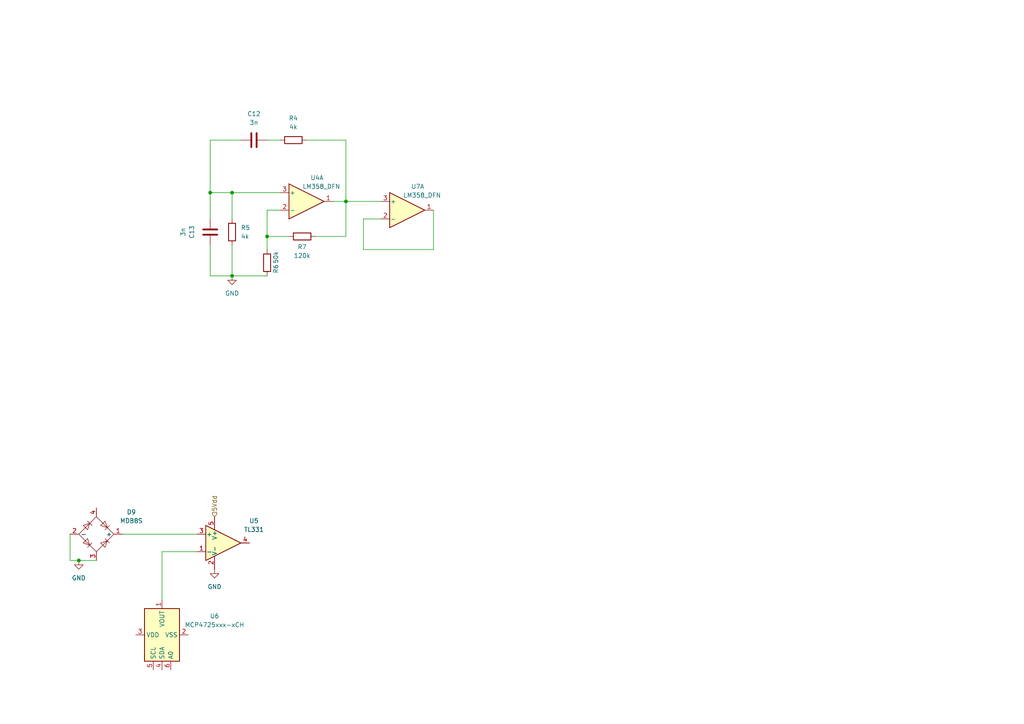
<source format=kicad_sch>
(kicad_sch (version 20250114) (generator "eeschema") (generator_version "9.0")
  (paper "A4")
  (lib_symbols
    (symbol "Amplifier_Operational:LM358_DFN" (pin_names (offset 0.127))
      (property "Reference" "U" (at 0 5.08 0))
      (property "Value" "LM358_DFN" (at 0 -5.08 0))
      (symbol "LM358_DFN_1_1"
        (polyline (pts (xy -5.08 5.08) (xy 5.08 0) (xy -5.08 -5.08) (xy -5.08 5.08)) (stroke (width 0.254)) (fill (type background)))
        (pin input line (at -7.62 2.54 0) (length 2.54) (name "+") (number "3"))
        (pin input line (at -7.62 -2.54 0) (length 2.54) (name "-") (number "2"))
        (pin output line (at 7.62 0 180) (length 2.54) (name "~") (number "1"))
      )
      (symbol "LM358_DFN_2_1"
        (polyline (pts (xy -5.08 5.08) (xy 5.08 0) (xy -5.08 -5.08) (xy -5.08 5.08)) (stroke (width 0.254)) (fill (type background)))
        (pin input line (at -7.62 2.54 0) (length 2.54) (name "+") (number "5"))
        (pin input line (at -7.62 -2.54 0) (length 2.54) (name "-") (number "6"))
        (pin output line (at 7.62 0 180) (length 2.54) (name "~") (number "7"))
      )
      (symbol "LM358_DFN_3_1"
        (pin power_in line (at -2.54 7.62 270) (length 3.81) (name "V+") (number "8"))
        (pin power_in line (at -2.54 -7.62 90) (length 3.81) (name "V-") (number "4"))
        (pin power_in line (at 0 -7.62 90) (length 5.08) (name "PAD") (number "9"))
      )
    )
    (symbol "Analog_DAC:MCP4725xxx-xCH"
      (property "Reference" "U" (at -6.35 6.35 0))
      (property "Value" "MCP4725xxx-xCH" (at 8.89 6.35 0))
      (symbol "MCP4725xxx-xCH_0_1"
        (rectangle (start -7.62 5.08) (end 7.62 -5.08) (stroke (width 0.254)) (fill (type background)))
      )
      (symbol "MCP4725xxx-xCH_1_1"
        (pin input line (at -10.16 2.54 0) (length 2.54) (name "SCL") (number "5"))
        (pin bidirectional line (at -10.16 0 0) (length 2.54) (name "SDA") (number "4"))
        (pin input line (at -10.16 -2.54 0) (length 2.54) (name "A0") (number "6"))
        (pin power_in line (at 0 7.62 270) (length 2.54) (name "VDD") (number "3"))
        (pin power_in line (at 0 -7.62 90) (length 2.54) (name "VSS") (number "2"))
        (pin output line (at 10.16 0 180) (length 2.54) (name "VOUT") (number "1"))
      )
    )
    (symbol "Comparator:TL331" (pin_names (offset 0.127))
      (property "Reference" "U" (at 1.27 5.08 0))
      (property "Value" "TL331" (at 3.81 -5.08 0))
      (symbol "TL331_0_1"
        (polyline (pts (xy -5.08 5.08) (xy 5.08 0) (xy -5.08 -5.08) (xy -5.08 5.08)) (stroke (width 0.254)) (fill (type background)))
      )
      (symbol "TL331_1_1"
        (pin input line (at -7.62 2.54 0) (length 2.54) (name "+") (number "3"))
        (pin input line (at -7.62 -2.54 0) (length 2.54) (name "-") (number "1"))
        (pin power_in line (at -2.54 7.62 270) (length 3.81) (name "V+") (number "5"))
        (pin power_in line (at -2.54 -7.62 90) (length 3.81) (name "V-") (number "2"))
        (pin open_collector line (at 7.62 0 180) (length 2.54) (name "~") (number "4"))
      )
    )
    (symbol "Device:C" (pin_numbers (hide yes)) (pin_names (offset 0.254))
      (property "Reference" "C" (at 0.635 2.54 0))
      (property "Value" "C" (at 0.635 -2.54 0))
      (symbol "C_0_1"
        (polyline (pts (xy -2.032 0.762) (xy 2.032 0.762)) (stroke (width 0.508)))
        (polyline (pts (xy -2.032 -0.762) (xy 2.032 -0.762)) (stroke (width 0.508)))
      )
      (symbol "C_1_1"
        (pin passive line (at 0 3.81 270) (length 2.794) (name "~") (number "1"))
        (pin passive line (at 0 -3.81 90) (length 2.794) (name "~") (number "2"))
      )
    )
    (symbol "Device:R" (pin_numbers (hide yes)) (pin_names (offset 0))
      (property "Reference" "R" (at 2.032 0 90))
      (property "Value" "R" (at 0 0 90))
      (symbol "R_0_1"
        (rectangle (start -1.016 -2.54) (end 1.016 2.54) (stroke (width 0.254)))
      )
      (symbol "R_1_1"
        (pin passive line (at 0 3.81 270) (length 1.27) (name "~") (number "1"))
        (pin passive line (at 0 -3.81 90) (length 1.27) (name "~") (number "2"))
      )
    )
    (symbol "Diode_Bridge:MDB8S"
      (property "Reference" "D" (at 3.81 6.35 0))
      (property "Value" "MDB8S" (at 6.35 3.81 0))
      (symbol "MDB8S_1_1"
        (polyline (pts (xy -5.08 0) (xy 0 -5.08) (xy 5.08 0) (xy 0 5.08) (xy -5.08 0)))
        (polyline (pts (xy -3.81 2.54) (xy -2.54 1.27) (xy -1.905 3.175) (xy -3.81 2.54)))
        (polyline (pts (xy -2.54 3.81) (xy -1.27 2.54)))
        (polyline (pts (xy -2.54 -1.27) (xy -3.81 -2.54) (xy -1.905 -3.175) (xy -2.54 -1.27)))
        (polyline (pts (xy -1.27 -2.54) (xy -2.54 -3.81)))
        (polyline (pts (xy 1.27 2.54) (xy 2.54 3.81) (xy 3.175 1.905) (xy 1.27 2.54)))
        (polyline (pts (xy 2.54 1.27) (xy 3.81 2.54)))
        (polyline (pts (xy 2.54 -1.27) (xy 3.81 -2.54)))
        (polyline (pts (xy 3.175 -1.905) (xy 1.27 -2.54) (xy 2.54 -3.81) (xy 3.175 -1.905)))
        (pin passive line (at -7.62 0 0) (length 2.54) (name "-") (number "2"))
        (pin passive line (at 0 7.62 270) (length 2.54) (name "~") (number "4"))
        (pin passive line (at 0 -7.62 90) (length 2.54) (name "~") (number "3"))
        (pin passive line (at 7.62 0 180) (length 2.54) (name "+") (number "1"))
      )
    )
    (symbol "power:GND" (power) (pin_numbers (hide yes)) (pin_names (offset 0) (hide yes))
      (property "Value" "GND" (at 0 -3.81 0))
      (symbol "GND_0_1"
        (polyline (pts (xy 0 0) (xy 0 -1.27) (xy 1.27 -1.27) (xy 0 -2.54) (xy -1.27 -1.27) (xy 0 -1.27)))
      )
      (symbol "GND_1_1"
        (pin power_in line (at 0 0 270) (length 0) (name "~") (number "1"))
      )
    )
  )
  (junction (at 60.96 55.88))
  (junction (at 22.86 162.56))
  (junction (at 100.33 58.42))
  (junction (at 77.47 68.58))
  (junction (at 67.31 55.88))
  (junction (at 67.31 80.01))
  (wire (pts (xy 125.73 72.39) (xy 125.73 60.96)))
  (wire (pts (xy 60.96 40.64) (xy 69.85 40.64)))
  (wire (pts (xy 20.32 154.94) (xy 20.32 162.56)))
  (wire (pts (xy 105.41 63.5) (xy 105.41 72.39)))
  (wire (pts (xy 22.86 162.56) (xy 27.94 162.56)))
  (wire (pts (xy 100.33 40.64) (xy 100.33 58.42)))
  (wire (pts (xy 60.96 40.64) (xy 60.96 55.88)))
  (wire (pts (xy 67.31 55.88) (xy 60.96 55.88)))
  (wire (pts (xy 46.99 160.02) (xy 57.15 160.02)))
  (wire (pts (xy 81.28 55.88) (xy 67.31 55.88)))
  (wire (pts (xy 88.9 40.64) (xy 100.33 40.64)))
  (wire (pts (xy 100.33 58.42) (xy 100.33 68.58)))
  (wire (pts (xy 81.28 60.96) (xy 77.47 60.96)))
  (wire (pts (xy 67.31 80.01) (xy 77.47 80.01)))
  (wire (pts (xy 77.47 68.58) (xy 77.47 72.39)))
  (wire (pts (xy 110.49 63.5) (xy 105.41 63.5)))
  (wire (pts (xy 67.31 80.01) (xy 60.96 80.01)))
  (wire (pts (xy 20.32 162.56) (xy 22.86 162.56)))
  (wire (pts (xy 83.82 68.58) (xy 77.47 68.58)))
  (wire (pts (xy 60.96 71.12) (xy 60.96 80.01)))
  (wire (pts (xy 100.33 58.42) (xy 110.49 58.42)))
  (wire (pts (xy 100.33 68.58) (xy 91.44 68.58)))
  (wire (pts (xy 60.96 55.88) (xy 60.96 63.5)))
  (wire (pts (xy 35.56 154.94) (xy 57.15 154.94)))
  (wire (pts (xy 77.47 40.64) (xy 81.28 40.64)))
  (wire (pts (xy 105.41 72.39) (xy 125.73 72.39)))
  (wire (pts (xy 46.99 173.99) (xy 46.99 160.02)))
  (wire (pts (xy 77.47 60.96) (xy 77.47 68.58)))
  (wire (pts (xy 67.31 55.88) (xy 67.31 63.5)))
  (wire (pts (xy 67.31 71.12) (xy 67.31 80.01)))
  (wire (pts (xy 100.33 58.42) (xy 96.52 58.42)))
  (hierarchical_label "5Vdd" (shape input) (at 62.23 149.86 90))
  (symbol (lib_id "Amplifier_Operational:LM358_DFN") (at 88.9 58.42 0) (unit 1)
    (property "Reference" "U4" (at 91.948 51.562 0))
    (property "Value" "LM358_DFN" (at 93.218 54.102 0))
    (property "Footprint" "Package_DFN_QFN:DFN-8-1EP_2x2mm_P0.5mm_EP1.05x1.75mm" (effects (hide yes)))
    (property "Datasheet" "www.st.com/resource/en/datasheet/lm358.pdf" (effects (hide yes)))
    (property "Description" "Low-Power, Dual Operational Amplifiers, DFN-8" (effects (hide yes)))
  )
  (symbol (lib_id "power:GND") (at 62.23 165.1 0) (unit 1)
    (property "Reference" "#PWR014" (effects (hide yes)))
    (property "Value" "GND" (at 62.23 170.18 0))
    (property "Description" "Power symbol creates a global label with name \"GND\" , ground" (effects (hide yes)))
  )
  (symbol (lib_id "Diode_Bridge:MDB8S") (at 27.94 154.94 0) (unit 1)
    (property "Reference" "D9" (at 38.1 148.5198 0))
    (property "Value" "MDB8S" (at 38.1 151.0598 0))
    (property "Footprint" "Package_SO:TSSOP-4_4.4x5mm_P4mm" (effects (hide yes)))
    (property "Datasheet" "https://www.onsemi.com/pub/Collateral/MDB8S-D.PDF" (effects (hide yes)))
    (property "Description" "Single-Phase Bridge Rectifier, 560V Vrms, 1A If, TSSOP-4" (effects (hide yes)))
  )
  (symbol (lib_id "Device:C") (at 73.66 40.64 270) (unit 1)
    (property "Reference" "C12" (at 73.66 33.02 90))
    (property "Value" "3n" (at 73.66 35.56 90))
    (property "Description" "Unpolarized capacitor" (effects (hide yes)))
  )
  (symbol (lib_id "Device:R") (at 85.09 40.64 90) (unit 1)
    (property "Reference" "R4" (at 85.09 34.29 90))
    (property "Value" "4k" (at 85.09 36.83 90))
    (property "Description" "Resistor" (effects (hide yes)))
  )
  (symbol (lib_id "Device:C") (at 60.96 67.31 0) (unit 1)
    (property "Reference" "C13" (at 55.626 67.31 90))
    (property "Value" "3n" (at 53.086 67.31 90))
    (property "Description" "Unpolarized capacitor" (effects (hide yes)))
  )
  (symbol (lib_id "Analog_DAC:MCP4725xxx-xCH") (at 46.99 184.15 90) (unit 1)
    (property "Reference" "U6" (at 62.23 178.7046 90))
    (property "Value" "MCP4725xxx-xCH" (at 62.23 181.2446 90))
    (property "Footprint" "Package_TO_SOT_SMD:SOT-23-6" (effects (hide yes)))
    (property "Datasheet" "http://ww1.microchip.com/downloads/en/DeviceDoc/22039d.pdf" (effects (hide yes)))
    (property "Description" "12-bit Digital-to-Analog Converter, integrated EEPROM, I2C interface, SOT-23-6" (effects (hide yes)))
  )
  (symbol (lib_id "Comparator:TL331") (at 64.77 157.48 0) (unit 1)
    (property "Reference" "U5" (at 73.66 151.0598 0))
    (property "Value" "TL331" (at 73.66 153.5998 0))
    (property "Footprint" "Package_TO_SOT_SMD:SOT-23-5" (effects (hide yes)))
    (property "Datasheet" "http://www.ti.com/lit/ds/symlink/tl331.pdf" (effects (hide yes)))
    (property "Description" "Single Differential Comparator with Open-Collector Output, SOT-23-5" (effects (hide yes)))
  )
  (symbol (lib_id "Device:R") (at 87.63 68.58 90) (unit 1)
    (property "Reference" "R7" (at 87.63 71.628 90))
    (property "Value" "120k" (at 87.63 74.168 90))
    (property "Description" "Resistor" (effects (hide yes)))
  )
  (symbol (lib_id "power:GND") (at 67.31 80.01 0) (unit 1)
    (property "Reference" "#PWR012" (effects (hide yes)))
    (property "Value" "GND" (at 67.31 85.09 0))
    (property "Description" "Power symbol creates a global label with name \"GND\" , ground" (effects (hide yes)))
  )
  (symbol (lib_id "Amplifier_Operational:LM358_DFN") (at 118.11 60.96 0) (unit 1)
    (property "Reference" "U7" (at 121.158 54.102 0))
    (property "Value" "LM358_DFN" (at 122.428 56.642 0))
    (property "Footprint" "Package_DFN_QFN:DFN-8-1EP_2x2mm_P0.5mm_EP1.05x1.75mm" (effects (hide yes)))
    (property "Datasheet" "www.st.com/resource/en/datasheet/lm358.pdf" (effects (hide yes)))
    (property "Description" "Low-Power, Dual Operational Amplifiers, DFN-8" (effects (hide yes)))
  )
  (symbol (lib_id "power:GND") (at 22.86 162.56 0) (unit 1)
    (property "Reference" "#PWR013" (effects (hide yes)))
    (property "Value" "GND" (at 22.86 167.64 0))
    (property "Description" "Power symbol creates a global label with name \"GND\" , ground" (effects (hide yes)))
  )
  (symbol (lib_id "Device:R") (at 77.47 76.2 0) (unit 1)
    (property "Reference" "R6" (at 80.01 77.978 90))
    (property "Value" "50k" (at 80.01 74.676 90))
    (property "Description" "Resistor" (effects (hide yes)))
  )
  (symbol (lib_id "Device:R") (at 67.31 67.31 0) (unit 1)
    (property "Reference" "R5" (at 69.85 66.0399 0) (effects (justify left)))
    (property "Value" "4k" (at 69.85 68.5799 0) (effects (justify left)))
    (property "Description" "Resistor" (effects (hide yes)))
  )
)
</source>
